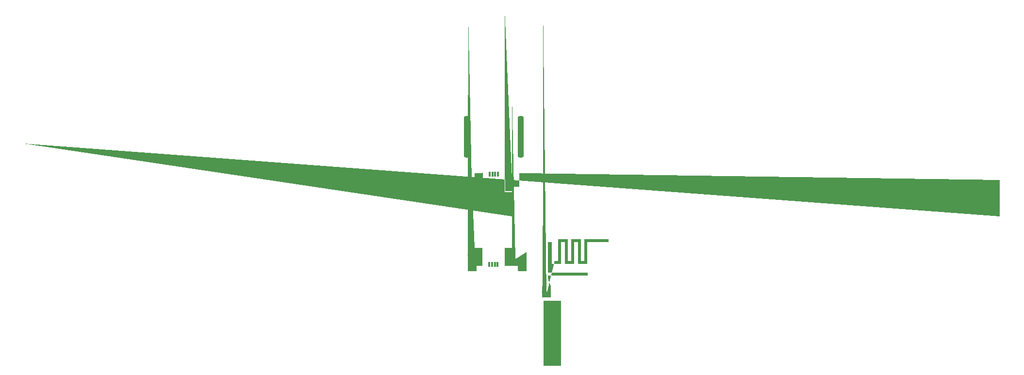
<source format=gtp>
%TF.GenerationSoftware,KiCad,Pcbnew,(6.0.6-0)*%
%TF.CreationDate,2022-06-30T11:52:42+02:00*%
%TF.ProjectId,leo_headphones,6c656f5f-6865-4616-9470-686f6e65732e,rev?*%
%TF.SameCoordinates,Original*%
%TF.FileFunction,Paste,Top*%
%TF.FilePolarity,Positive*%
%FSLAX46Y46*%
G04 Gerber Fmt 4.6, Leading zero omitted, Abs format (unit mm)*
G04 Created by KiCad (PCBNEW (6.0.6-0)) date 2022-06-30 11:52:42*
%MOMM*%
%LPD*%
G01*
G04 APERTURE LIST*
G04 Aperture macros list*
%AMRoundRect*
0 Rectangle with rounded corners*
0 $1 Rounding radius*
0 $2 $3 $4 $5 $6 $7 $8 $9 X,Y pos of 4 corners*
0 Add a 4 corners polygon primitive as box body*
4,1,4,$2,$3,$4,$5,$6,$7,$8,$9,$2,$3,0*
0 Add four circle primitives for the rounded corners*
1,1,$1+$1,$2,$3*
1,1,$1+$1,$4,$5*
1,1,$1+$1,$6,$7*
1,1,$1+$1,$8,$9*
0 Add four rect primitives between the rounded corners*
20,1,$1+$1,$2,$3,$4,$5,0*
20,1,$1+$1,$4,$5,$6,$7,0*
20,1,$1+$1,$6,$7,$8,$9,0*
20,1,$1+$1,$8,$9,$2,$3,0*%
%AMFreePoly0*
4,1,57,1.876963,1.187756,1.892802,1.187756,1.905616,1.178446,1.920679,1.173552,1.929989,1.160739,1.942802,1.151429,1.947696,1.136366,1.957006,1.123552,1.957006,1.107713,1.961900,1.092650,1.961900,-1.992650,1.957006,-2.007713,1.957006,-2.023552,1.947696,-2.036366,1.942802,-2.051429,1.929989,-2.060739,1.920679,-2.073552,1.905616,-2.078446,1.892802,-2.087756,1.876963,-2.087756,
1.861900,-2.092650,0.541900,-2.092650,0.526837,-2.087756,0.510998,-2.087756,0.498184,-2.078446,0.483121,-2.073552,0.473811,-2.060739,0.460998,-2.051429,0.456104,-2.036366,0.446794,-2.023552,0.446794,-2.007713,0.441900,-1.992650,0.441900,-1.192650,-0.541900,-1.192650,-0.556963,-1.187756,-0.572802,-1.187756,-0.585616,-1.178446,-0.600679,-1.173552,-0.609989,-1.160739,-0.622802,-1.151429,
-0.627696,-1.136366,-0.637006,-1.123552,-0.637006,-1.107713,-0.641900,-1.092650,-0.641900,1.092650,-0.637006,1.107713,-0.637006,1.123552,-0.627696,1.136366,-0.622802,1.151429,-0.609989,1.160739,-0.600679,1.173552,-0.585616,1.178446,-0.572802,1.187756,-0.556963,1.187756,-0.541900,1.192650,1.861900,1.192650,1.876963,1.187756,1.876963,1.187756,$1*%
%AMFreePoly1*
4,1,57,1.208863,1.200006,1.224702,1.200006,1.237516,1.190696,1.252579,1.185802,1.261889,1.172989,1.274702,1.163679,1.279596,1.148616,1.288906,1.135802,1.288906,1.119963,1.293800,1.104900,1.293800,-1.110400,1.288906,-1.125463,1.288906,-1.141302,1.279596,-1.154116,1.274702,-1.169179,1.261889,-1.178489,1.252579,-1.191302,1.237516,-1.196196,1.224702,-1.205506,1.208863,-1.205506,
1.193800,-1.210400,0.260000,-1.210400,0.260000,-2.000400,0.255106,-2.015463,0.255106,-2.031302,0.245796,-2.044116,0.240902,-2.059179,0.228089,-2.068489,0.218779,-2.081302,0.203716,-2.086196,0.190902,-2.095506,0.175063,-2.095506,0.160000,-2.100400,-1.210000,-2.100400,-1.225063,-2.095506,-1.240902,-2.095506,-1.253716,-2.086196,-1.268779,-2.081302,-1.278089,-2.068489,-1.290902,-2.059179,
-1.295796,-2.044116,-1.305106,-2.031302,-1.305106,-2.015463,-1.310000,-2.000400,-1.310000,1.104900,-1.305106,1.119963,-1.305106,1.135802,-1.295796,1.148616,-1.290902,1.163679,-1.278089,1.172989,-1.268779,1.185802,-1.253716,1.190696,-1.240902,1.200006,-1.225063,1.200006,-1.210000,1.204900,1.193800,1.204900,1.208863,1.200006,1.208863,1.200006,$1*%
%AMFreePoly2*
4,1,55,1.436000,5.880000,2.028667,5.880000,2.028667,9.690000,3.722000,9.690000,3.722000,5.880000,4.314667,5.880000,4.314667,9.690000,6.008000,9.690000,6.008000,5.880000,6.600667,5.880000,6.600667,9.690000,10.834000,9.690000,10.834000,9.182000,7.108667,9.182000,7.108667,5.372000,5.500000,5.372000,5.500000,9.182000,4.822667,9.182000,4.822667,5.372000,3.214000,5.372000,
3.214000,9.182000,2.536667,9.182000,2.536667,5.372000,0.928000,5.372000,0.928000,9.182000,0.250667,9.182000,0.250667,3.848000,7.193333,3.848000,7.193333,3.340000,0.250667,3.340000,0.250667,2.956586,0.322027,2.514985,0.504667,2.070001,0.613118,1.844974,0.685355,1.651755,0.728695,1.446501,0.750459,1.185372,0.757963,0.824526,0.758667,0.548415,0.759051,0.512500,
0.770000,0.512500,0.770000,-0.512500,-0.770000,-0.512500,-0.770000,0.512500,-0.765290,0.512500,-0.762428,0.937228,-0.748472,1.244840,-0.715608,1.474687,-0.655975,1.672536,-0.561715,1.884156,-0.511333,1.985334,-0.257333,2.488505,-0.257333,9.690000,1.436000,9.690000,1.436000,5.880000,1.436000,5.880000,$1*%
G04 Aperture macros list end*
%ADD10C,0.100000*%
%ADD11R,0.304800X0.812800*%
%ADD12FreePoly0,0.000000*%
%ADD13FreePoly1,0.000000*%
%ADD14RoundRect,0.250000X-0.250000X-3.350000X0.250000X-3.350000X0.250000X3.350000X-0.250000X3.350000X0*%
%ADD15FreePoly2,270.000000*%
%ADD16R,3.048000X11.429999*%
%ADD17FreePoly0,180.000000*%
%ADD18FreePoly1,180.000000*%
G04 APERTURE END LIST*
%TO.C,J3*%
G36*
X151866982Y-91740711D02*
G01*
X150571582Y-91740711D01*
X150571582Y-88692711D01*
X151866982Y-88692711D01*
X151866982Y-91740711D01*
G37*
D10*
X151866982Y-91740711D02*
X150571582Y-91740711D01*
X150571582Y-88692711D01*
X151866982Y-88692711D01*
X151866982Y-91740711D01*
G36*
X157174818Y-91740711D02*
G01*
X155879418Y-91740711D01*
X155879418Y-88692711D01*
X157174818Y-88692711D01*
X157174818Y-91740711D01*
G37*
X157174818Y-91740711D02*
X155879418Y-91740711D01*
X155879418Y-88692711D01*
X157174818Y-88692711D01*
X157174818Y-91740711D01*
%TO.C,J2*%
G36*
X157098618Y-104753689D02*
G01*
X155803218Y-104753689D01*
X155803218Y-101705689D01*
X157098618Y-101705689D01*
X157098618Y-104753689D01*
G37*
X157098618Y-104753689D02*
X155803218Y-104753689D01*
X155803218Y-101705689D01*
X157098618Y-101705689D01*
X157098618Y-104753689D01*
G36*
X151790782Y-104753689D02*
G01*
X150495382Y-104753689D01*
X150495382Y-101705689D01*
X151790782Y-101705689D01*
X151790782Y-104753689D01*
G37*
X151790782Y-104753689D02*
X150495382Y-104753689D01*
X150495382Y-101705689D01*
X151790782Y-101705689D01*
X151790782Y-104753689D01*
%TD*%
D11*
%TO.C,J3*%
X153123200Y-88847600D03*
X153623199Y-88847600D03*
X154123200Y-88847600D03*
X154623200Y-88847600D03*
D12*
X150021300Y-89785350D03*
D13*
X157073200Y-89797600D03*
%TD*%
D14*
%TO.C,LS1*%
X149159992Y-82270600D03*
X158559992Y-82270600D03*
%TD*%
D15*
%TO.C,U2*%
X163049990Y-109789990D03*
D16*
X164103990Y-116602323D03*
%TD*%
D11*
%TO.C,J2*%
X154547000Y-104598800D03*
X154047001Y-104598800D03*
X153547000Y-104598800D03*
X153047000Y-104598800D03*
D17*
X157648900Y-103661050D03*
D18*
X150597000Y-103648800D03*
%TD*%
M02*

</source>
